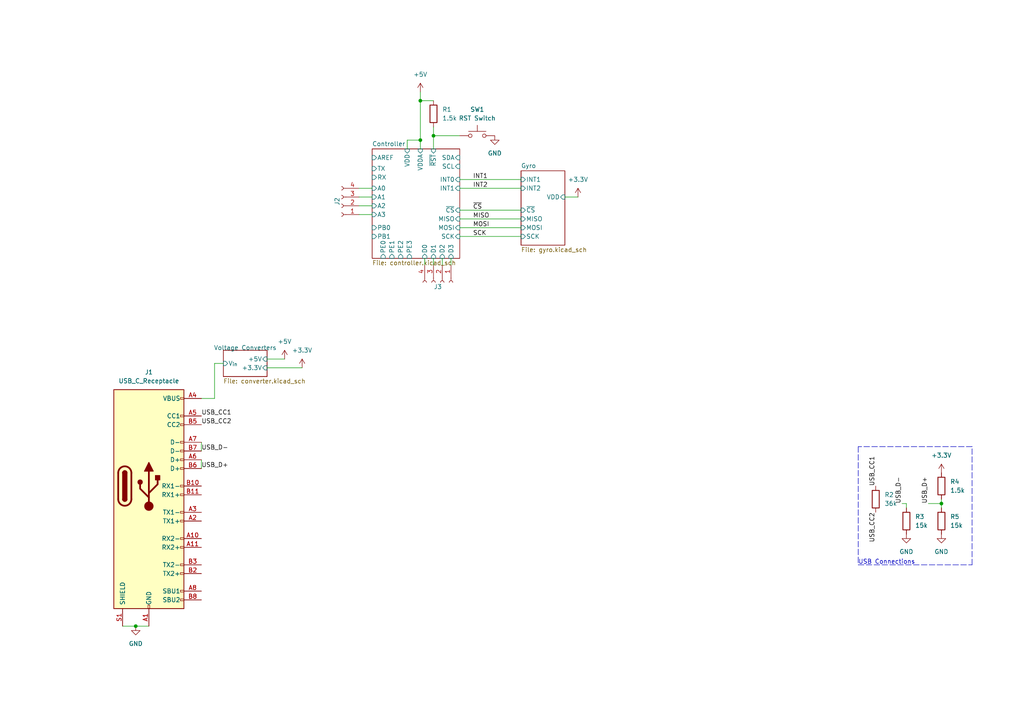
<source format=kicad_sch>
(kicad_sch (version 20211123) (generator eeschema)
  (paper "A4")
  (lib_symbols
    (symbol "Connector:Conn_01x04_Female" (pin_names (offset 1.016) hide)
      (property "Reference" "J" (at 0 5.08 0))
      (property "Value" "Conn_01x04_Female" (at 0 -7.62 0))
      (symbol "Conn_01x04_Female_1_1"
        (arc (start 0 -4.572) (mid -0.508 -5.08) (end 0 -5.588) (stroke (width 0.1524)))
        (arc (start 0 -2.032) (mid -0.508 -2.54) (end 0 -3.048) (stroke (width 0.1524)))
        (polyline (pts (xy -1.27 -5.08) (xy -0.508 -5.08)) (stroke (width 0.1524)))
        (polyline (pts (xy -1.27 -2.54) (xy -0.508 -2.54)) (stroke (width 0.1524)))
        (polyline (pts (xy -1.27 0) (xy -0.508 0)) (stroke (width 0.1524)))
        (polyline (pts (xy -1.27 2.54) (xy -0.508 2.54)) (stroke (width 0.1524)))
        (arc (start 0 0.508) (mid -0.508 0) (end 0 -0.508) (stroke (width 0.1524)))
        (arc (start 0 3.048) (mid -0.508 2.54) (end 0 2.032) (stroke (width 0.1524)))
        (pin passive line (at -5.08 2.54 0) (length 3.81) (name "Pin_1") (number "1"))
        (pin passive line (at -5.08 0 0) (length 3.81) (name "Pin_2") (number "2"))
        (pin passive line (at -5.08 -2.54 0) (length 3.81) (name "Pin_3") (number "3"))
        (pin passive line (at -5.08 -5.08 0) (length 3.81) (name "Pin_4") (number "4"))
      )
    )
    (symbol "Connector:USB_C_Receptacle" (pin_names (offset 1.016))
      (property "Reference" "J" (at -10.16 29.21 0))
      (property "Value" "USB_C_Receptacle" (at 10.16 29.21 0))
      (symbol "USB_C_Receptacle_0_0"
        (rectangle (start -0.254 -35.56) (end 0.254 -34.544))
        (rectangle (start 10.16 -32.766) (end 9.144 -33.274))
        (rectangle (start 10.16 -30.226) (end 9.144 -30.734))
        (rectangle (start 10.16 -25.146) (end 9.144 -25.654))
        (rectangle (start 10.16 -22.606) (end 9.144 -23.114))
        (rectangle (start 10.16 -17.526) (end 9.144 -18.034))
        (rectangle (start 10.16 -14.986) (end 9.144 -15.494))
        (rectangle (start 10.16 -9.906) (end 9.144 -10.414))
        (rectangle (start 10.16 -7.366) (end 9.144 -7.874))
        (rectangle (start 10.16 -2.286) (end 9.144 -2.794))
        (rectangle (start 10.16 0.254) (end 9.144 -0.254))
        (rectangle (start 10.16 5.334) (end 9.144 4.826))
        (rectangle (start 10.16 7.874) (end 9.144 7.366))
        (rectangle (start 10.16 10.414) (end 9.144 9.906))
        (rectangle (start 10.16 12.954) (end 9.144 12.446))
        (rectangle (start 10.16 18.034) (end 9.144 17.526))
        (rectangle (start 10.16 20.574) (end 9.144 20.066))
        (rectangle (start 10.16 25.654) (end 9.144 25.146))
      )
      (symbol "USB_C_Receptacle_0_1"
        (rectangle (start -10.16 27.94) (end 10.16 -35.56) (stroke (width 0.254)) (fill (type background)))
        (arc (start -8.89 -3.81) (mid -6.985 -5.715) (end -5.08 -3.81) (stroke (width 0.508)))
        (arc (start -7.62 -3.81) (mid -6.985 -4.445) (end -6.35 -3.81) (stroke (width 0.254)))
        (arc (start -7.62 -3.81) (mid -6.985 -4.445) (end -6.35 -3.81) (stroke (width 0.254)) (fill (type outline)))
        (rectangle (start -7.62 -3.81) (end -6.35 3.81) (stroke (width 0.254)) (fill (type outline)))
        (arc (start -6.35 3.81) (mid -6.985 4.445) (end -7.62 3.81) (stroke (width 0.254)))
        (arc (start -6.35 3.81) (mid -6.985 4.445) (end -7.62 3.81) (stroke (width 0.254)) (fill (type outline)))
        (arc (start -5.08 3.81) (mid -6.985 5.715) (end -8.89 3.81) (stroke (width 0.508)))
        (polyline (pts (xy -8.89 -3.81) (xy -8.89 3.81)) (stroke (width 0.508)))
        (polyline (pts (xy -5.08 3.81) (xy -5.08 -3.81)) (stroke (width 0.508)))
      )
      (symbol "USB_C_Receptacle_1_1"
        (circle (center -2.54 1.143) (radius 0.635) (stroke (width 0.254)) (fill (type outline)))
        (circle (center 0 -5.842) (radius 1.27) (fill (type outline)))
        (polyline (pts (xy 0 -5.842) (xy 0 4.318)) (stroke (width 0.508)))
        (polyline (pts (xy 0 -3.302) (xy -2.54 -0.762) (xy -2.54 0.508)) (stroke (width 0.508)))
        (polyline (pts (xy 0 -2.032) (xy 2.54 0.508) (xy 2.54 1.778)) (stroke (width 0.508)))
        (polyline (pts (xy -1.27 4.318) (xy 0 6.858) (xy 1.27 4.318) (xy -1.27 4.318)) (stroke (width 0.254)) (fill (type outline)))
        (rectangle (start 1.905 1.778) (end 3.175 3.048) (stroke (width 0.254)) (fill (type outline)))
        (pin passive line (at 0 -40.64 90) (length 5.08) (name "GND") (number "A1"))
        (pin bidirectional line (at 15.24 -15.24 180) (length 5.08) (name "RX2-") (number "A10"))
        (pin bidirectional line (at 15.24 -17.78 180) (length 5.08) (name "RX2+") (number "A11"))
        (pin passive line (at 0 -40.64 90) (length 5.08) hide (name "GND") (number "A12"))
        (pin bidirectional line (at 15.24 -10.16 180) (length 5.08) (name "TX1+") (number "A2"))
        (pin bidirectional line (at 15.24 -7.62 180) (length 5.08) (name "TX1-") (number "A3"))
        (pin passive line (at 15.24 25.4 180) (length 5.08) (name "VBUS") (number "A4"))
        (pin bidirectional line (at 15.24 20.32 180) (length 5.08) (name "CC1") (number "A5"))
        (pin bidirectional line (at 15.24 7.62 180) (length 5.08) (name "D+") (number "A6"))
        (pin bidirectional line (at 15.24 12.7 180) (length 5.08) (name "D-") (number "A7"))
        (pin bidirectional line (at 15.24 -30.48 180) (length 5.08) (name "SBU1") (number "A8"))
        (pin passive line (at 15.24 25.4 180) (length 5.08) hide (name "VBUS") (number "A9"))
        (pin passive line (at 0 -40.64 90) (length 5.08) hide (name "GND") (number "B1"))
        (pin bidirectional line (at 15.24 0 180) (length 5.08) (name "RX1-") (number "B10"))
        (pin bidirectional line (at 15.24 -2.54 180) (length 5.08) (name "RX1+") (number "B11"))
        (pin passive line (at 0 -40.64 90) (length 5.08) hide (name "GND") (number "B12"))
        (pin bidirectional line (at 15.24 -25.4 180) (length 5.08) (name "TX2+") (number "B2"))
        (pin bidirectional line (at 15.24 -22.86 180) (length 5.08) (name "TX2-") (number "B3"))
        (pin passive line (at 15.24 25.4 180) (length 5.08) hide (name "VBUS") (number "B4"))
        (pin bidirectional line (at 15.24 17.78 180) (length 5.08) (name "CC2") (number "B5"))
        (pin bidirectional line (at 15.24 5.08 180) (length 5.08) (name "D+") (number "B6"))
        (pin bidirectional line (at 15.24 10.16 180) (length 5.08) (name "D-") (number "B7"))
        (pin bidirectional line (at 15.24 -33.02 180) (length 5.08) (name "SBU2") (number "B8"))
        (pin passive line (at 15.24 25.4 180) (length 5.08) hide (name "VBUS") (number "B9"))
        (pin passive line (at -7.62 -40.64 90) (length 5.08) (name "SHIELD") (number "S1"))
      )
    )
    (symbol "Device:R" (pin_numbers hide) (pin_names (offset 0))
      (property "Reference" "R" (at 2.032 0 90))
      (property "Value" "R" (at 0 0 90))
      (symbol "R_0_1"
        (rectangle (start -1.016 -2.54) (end 1.016 2.54) (stroke (width 0.254)))
      )
      (symbol "R_1_1"
        (pin passive line (at 0 3.81 270) (length 1.27) (name "~") (number "1"))
        (pin passive line (at 0 -3.81 90) (length 1.27) (name "~") (number "2"))
      )
    )
    (symbol "Switch:SW_Push" (pin_numbers hide) (pin_names (offset 1.016) hide)
      (property "Reference" "SW" (at 1.27 2.54 0))
      (property "Value" "SW_Push" (at 0 -1.524 0))
      (symbol "SW_Push_0_1"
        (circle (center -2.032 0) (radius 0.508))
        (polyline (pts (xy 0 1.27) (xy 0 3.048)))
        (polyline (pts (xy 2.54 1.27) (xy -2.54 1.27)))
        (circle (center 2.032 0) (radius 0.508))
        (pin passive line (at -5.08 0 0) (length 2.54) (name "1") (number "1"))
        (pin passive line (at 5.08 0 180) (length 2.54) (name "2") (number "2"))
      )
    )
    (symbol "power:+3.3V" (power) (pin_names (offset 0))
      (property "Value" "+3.3V" (at 0 3.556 0))
      (symbol "+3.3V_0_1"
        (polyline (pts (xy -0.762 1.27) (xy 0 2.54)))
        (polyline (pts (xy 0 0) (xy 0 2.54)))
        (polyline (pts (xy 0 2.54) (xy 0.762 1.27)))
      )
      (symbol "+3.3V_1_1"
        (pin power_in line (at 0 0 90) (length 0) hide (name "+3.3V") (number "1"))
      )
    )
    (symbol "power:+5V" (power) (pin_names (offset 0))
      (property "Value" "+5V" (at 0 3.556 0))
      (symbol "+5V_0_1"
        (polyline (pts (xy -0.762 1.27) (xy 0 2.54)))
        (polyline (pts (xy 0 0) (xy 0 2.54)))
        (polyline (pts (xy 0 2.54) (xy 0.762 1.27)))
      )
      (symbol "+5V_1_1"
        (pin power_in line (at 0 0 90) (length 0) hide (name "+5V") (number "1"))
      )
    )
    (symbol "power:GND" (power) (pin_names (offset 0))
      (property "Value" "GND" (at 0 -3.81 0))
      (symbol "GND_0_1"
        (polyline (pts (xy 0 0) (xy 0 -1.27) (xy 1.27 -1.27) (xy 0 -2.54) (xy -1.27 -1.27) (xy 0 -1.27)))
      )
      (symbol "GND_1_1"
        (pin power_in line (at 0 0 270) (length 0) hide (name "GND") (number "1"))
      )
    )
  )
  (junction (at 39.37 181.61))
  (junction (at 273.05 146.05))
  (junction (at 121.92 40.64))
  (junction (at 121.92 29.21))
  (junction (at 125.73 39.37))
  (wire (pts (xy 163.83 57.15) (xy 167.64 57.15)))
  (wire (pts (xy 35.56 181.61) (xy 39.37 181.61)))
  (wire (pts (xy 125.73 39.37) (xy 133.35 39.37)))
  (wire (pts (xy 121.92 43.18) (xy 121.92 40.64)))
  (polyline (pts (xy 281.94 129.54) (xy 248.92 129.54)))
  (wire (pts (xy 77.47 106.68) (xy 87.63 106.68)))
  (wire (pts (xy 58.42 128.27) (xy 58.42 130.81)))
  (wire (pts (xy 133.35 63.5) (xy 151.13 63.5)))
  (wire (pts (xy 133.35 68.58) (xy 151.13 68.58)))
  (polyline (pts (xy 248.92 129.54) (xy 248.92 163.83)))
  (wire (pts (xy 104.14 62.23) (xy 107.95 62.23)))
  (polyline (pts (xy 248.92 163.83) (xy 281.94 163.83)))
  (wire (pts (xy 58.42 133.35) (xy 58.42 135.89)))
  (wire (pts (xy 125.73 76.835) (xy 125.73 74.93)))
  (wire (pts (xy 104.14 57.15) (xy 107.95 57.15)))
  (wire (pts (xy 133.35 54.61) (xy 151.13 54.61)))
  (wire (pts (xy 104.14 59.69) (xy 107.95 59.69)))
  (wire (pts (xy 125.73 36.83) (xy 125.73 39.37)))
  (wire (pts (xy 273.05 147.32) (xy 273.05 146.05)))
  (wire (pts (xy 262.89 146.05) (xy 262.89 147.32)))
  (wire (pts (xy 121.92 40.64) (xy 118.11 40.64)))
  (polyline (pts (xy 281.94 163.83) (xy 281.94 129.54)))
  (wire (pts (xy 58.42 115.57) (xy 62.23 115.57)))
  (wire (pts (xy 62.23 105.41) (xy 64.77 105.41)))
  (wire (pts (xy 125.73 39.37) (xy 125.73 43.18)))
  (wire (pts (xy 121.92 29.21) (xy 121.92 40.64)))
  (wire (pts (xy 269.24 146.05) (xy 273.05 146.05)))
  (wire (pts (xy 39.37 181.61) (xy 43.18 181.61)))
  (wire (pts (xy 125.73 29.21) (xy 121.92 29.21)))
  (wire (pts (xy 133.35 66.04) (xy 151.13 66.04)))
  (wire (pts (xy 77.47 104.14) (xy 82.55 104.14)))
  (wire (pts (xy 104.14 54.61) (xy 107.95 54.61)))
  (wire (pts (xy 130.81 76.835) (xy 130.81 74.93)))
  (wire (pts (xy 133.35 60.96) (xy 151.13 60.96)))
  (wire (pts (xy 133.35 52.07) (xy 151.13 52.07)))
  (wire (pts (xy 118.11 43.18) (xy 118.11 40.64)))
  (wire (pts (xy 273.05 146.05) (xy 273.05 144.78)))
  (wire (pts (xy 62.23 115.57) (xy 62.23 105.41)))
  (wire (pts (xy 261.62 146.05) (xy 262.89 146.05)))
  (wire (pts (xy 121.92 26.67) (xy 121.92 29.21)))
  (wire (pts (xy 128.27 76.835) (xy 128.27 74.93)))
  (wire (pts (xy 123.19 76.835) (xy 123.19 74.93)))
  (text "USB Connections" (at 248.92 163.83 0) (effects (font (size 1.27 1.27)) (justify left bottom)))
  (label "USB_CC1" (at 254 140.97 90))
  (label "INT1" (at 137.16 52.07 0))
  (label "USB_CC2" (at 58.42 123.19 0))
  (label "INT2" (at 137.16 54.61 0))
  (label "MOSI" (at 137.16 66.04 0))
  (label "USB_D+" (at 58.42 135.89 0))
  (label "USB_D-" (at 58.42 130.81 0))
  (label "~{CS}" (at 137.16 60.96 0))
  (label "USB_D-" (at 261.62 146.05 90))
  (label "SCK" (at 137.16 68.58 0))
  (label "USB_CC2" (at 254 148.59 270))
  (label "MISO" (at 137.16 63.5 0))
  (label "USB_CC1" (at 58.42 120.65 0))
  (label "USB_D+" (at 269.24 146.05 90))
  (symbol (lib_id "Device:R") (at 273.05 151.13 0) (unit 1)
    (property "Reference" "R5" (at 275.59 149.8599 0) (effects (justify left)))
    (property "Value" "15k" (at 275.59 152.3999 0) (effects (justify left)))
    (property "Footprint" "Resistor_SMD:R_0603_1608Metric" (effects hide))
  )
  (symbol (lib_id "Device:R") (at 125.73 33.02 0) (unit 1)
    (property "Reference" "R1" (at 128.27 31.7499 0) (effects (justify left)))
    (property "Value" "1.5k" (at 128.27 34.2899 0) (effects (justify left)))
    (property "Footprint" "Resistor_SMD:R_0603_1608Metric" (effects hide))
  )
  (symbol (lib_id "Device:R") (at 254 144.78 0) (unit 1)
    (property "Reference" "R2" (at 256.54 143.5099 0) (effects (justify left)))
    (property "Value" "36k" (at 256.54 146.0499 0) (effects (justify left)))
    (property "Footprint" "Resistor_SMD:R_0603_1608Metric" (effects hide))
  )
  (symbol (lib_id "power:+5V") (at 82.55 104.14 0) (unit 1)
    (property "Reference" "#PWR02" (effects hide))
    (property "Value" "+5V" (at 82.55 99.06 0))
  )
  (symbol (lib_id "Device:R") (at 262.89 151.13 0) (unit 1)
    (property "Reference" "R3" (at 265.43 149.8599 0) (effects (justify left)))
    (property "Value" "15k" (at 265.43 152.3999 0) (effects (justify left)))
    (property "Footprint" "Resistor_SMD:R_0603_1608Metric" (effects hide))
  )
  (symbol (lib_id "power:+3.3V") (at 167.64 57.15 0) (unit 1)
    (property "Reference" "#PWR06" (effects hide))
    (property "Value" "+3.3V" (at 167.64 52.07 0))
  )
  (symbol (lib_id "Switch:SW_Push") (at 138.43 39.37 0) (unit 1)
    (property "Reference" "SW1" (at 138.43 31.75 0))
    (property "Value" "RST Switch" (at 138.43 34.29 0))
  )
  (symbol (lib_id "Connector:USB_C_Receptacle") (at 43.18 140.97 0) (unit 1)
    (property "Reference" "J1" (at 43.18 107.95 0))
    (property "Value" "USB_C_Receptacle" (at 43.18 110.49 0))
    (property "Datasheet" "https://www.usb.org/sites/default/files/documents/usb_type-c.zip" (effects hide))
  )
  (symbol (lib_id "power:GND") (at 273.05 154.94 0) (unit 1)
    (property "Reference" "#PWR09" (effects hide))
    (property "Value" "GND" (at 273.05 160.02 0))
  )
  (symbol (lib_id "power:GND") (at 262.89 154.94 0) (unit 1)
    (property "Reference" "#PWR07" (effects hide))
    (property "Value" "GND" (at 262.89 160.02 0))
  )
  (symbol (lib_id "power:+3.3V") (at 87.63 106.68 0) (unit 1)
    (property "Reference" "#PWR03" (effects hide))
    (property "Value" "+3.3V" (at 87.63 101.6 0))
  )
  (symbol (lib_id "Connector:Conn_01x04_Female") (at 128.27 81.915 270) (unit 1)
    (property "Reference" "J3" (at 127 83.185 90))
    (property "Value" "Conn_01x04_Female" (effects hide))
    (property "Footprint" "Connector_PinHeader_2.54mm:PinHeader_1x04_P2.54mm_Vertical" (effects hide))
  )
  (symbol (lib_id "power:+3.3V") (at 273.05 137.16 0) (unit 1)
    (property "Reference" "#PWR08" (effects hide))
    (property "Value" "+3.3V" (at 273.05 132.08 0))
  )
  (symbol (lib_id "power:+5V") (at 121.92 26.67 0) (unit 1)
    (property "Reference" "#PWR04" (effects hide))
    (property "Value" "+5V" (at 121.92 21.59 0))
  )
  (symbol (lib_id "Device:R") (at 273.05 140.97 0) (unit 1)
    (property "Reference" "R4" (at 275.59 139.6999 0) (effects (justify left)))
    (property "Value" "1.5k" (at 275.59 142.2399 0) (effects (justify left)))
    (property "Footprint" "Resistor_SMD:R_0603_1608Metric" (effects hide))
  )
  (symbol (lib_id "power:GND") (at 39.37 181.61 0) (unit 1)
    (property "Reference" "#PWR01" (effects hide))
    (property "Value" "GND" (at 39.37 186.69 0))
  )
  (symbol (lib_id "Connector:Conn_01x04_Female") (at 99.06 59.69 180) (unit 1)
    (property "Reference" "J2" (at 97.79 58.42 90))
    (property "Value" "Conn_01x04_Female" (effects hide))
    (property "Footprint" "Connector_PinHeader_2.54mm:PinHeader_1x04_P2.54mm_Vertical" (effects hide))
  )
  (symbol (lib_id "power:GND") (at 143.51 39.37 0) (unit 1)
    (property "Reference" "#PWR05" (effects hide))
    (property "Value" "GND" (at 143.51 44.45 0))
  )
  (sheet (at 107.95 43.18) (size 25.4 31.75) (stroke (width 0.1524))
    (property "Sheet name" "Controller" (at 107.95 42.4684 0) (effects (justify left bottom)))
    (property "Sheet file" "controller.kicad_sch" (at 107.95 75.5146 0) (effects (justify left top)))
    (pin "~{CS}" input (at 133.35 60.96 0))
    (pin "MISO" input (at 133.35 63.5 0))
    (pin "MOSI" input (at 133.35 66.04 0))
    (pin "SCK" input (at 133.35 68.58 0))
    (pin "SCL" input (at 133.35 48.26 0))
    (pin "SDA" input (at 133.35 45.72 0))
    (pin "AREF" input (at 107.95 45.72 180))
    (pin "INT0" input (at 133.35 52.07 0))
    (pin "TX" input (at 107.95 48.895 180))
    (pin "INT1" input (at 133.35 54.61 0))
    (pin "~{RST}" input (at 125.73 43.18 90))
    (pin "RX" input (at 107.95 51.435 180))
    (pin "D2" input (at 128.27 74.93 270))
    (pin "D1" input (at 125.73 74.93 270))
    (pin "D3" input (at 130.81 74.93 270))
    (pin "D0" input (at 123.19 74.93 270))
    (pin "A0" input (at 107.95 54.61 180))
    (pin "A1" input (at 107.95 57.15 180))
    (pin "A2" input (at 107.95 59.69 180))
    (pin "A3" input (at 107.95 62.23 180))
    (pin "PB0" input (at 107.95 66.04 180))
    (pin "PE0" input (at 111.125 74.93 270))
    (pin "PE1" input (at 113.665 74.93 270))
    (pin "PE2" input (at 116.205 74.93 270))
    (pin "PE3" input (at 118.745 74.93 270))
    (pin "PB1" input (at 107.95 68.58 180))
    (pin "VDD" input (at 118.11 43.18 90))
    (pin "VDDA" input (at 121.92 43.18 90))
  )
  (sheet (at 151.13 49.53) (size 12.7 21.59) (stroke (width 0.1524))
    (property "Sheet name" "Gyro" (at 151.13 48.8184 0) (effects (justify left bottom)))
    (property "Sheet file" "gyro.kicad_sch" (at 151.13 71.7046 0) (effects (justify left top)))
    (pin "MISO" input (at 151.13 63.5 180))
    (pin "INT1" input (at 151.13 52.07 180))
    (pin "INT2" input (at 151.13 54.61 180))
    (pin "MOSI" input (at 151.13 66.04 180))
    (pin "~{CS}" input (at 151.13 60.96 180))
    (pin "SCK" input (at 151.13 68.58 180))
    (pin "VDD" input (at 163.83 57.15 0))
  )
  (sheet (at 64.77 101.6) (size 12.7 7.62) (stroke (width 0.1524))
    (property "Sheet name" "Voltage Converters" (at 71.12 101.6 0) (effects (justify bottom)))
    (property "Sheet file" "converter.kicad_sch" (at 64.77 109.8046 0) (effects (justify left top)))
    (pin "+3.3V" input (at 77.47 106.68 0))
    (pin "V_{in}" input (at 64.77 105.41 180))
    (pin "+5V" input (at 77.47 104.14 0))
  )
)
</source>
